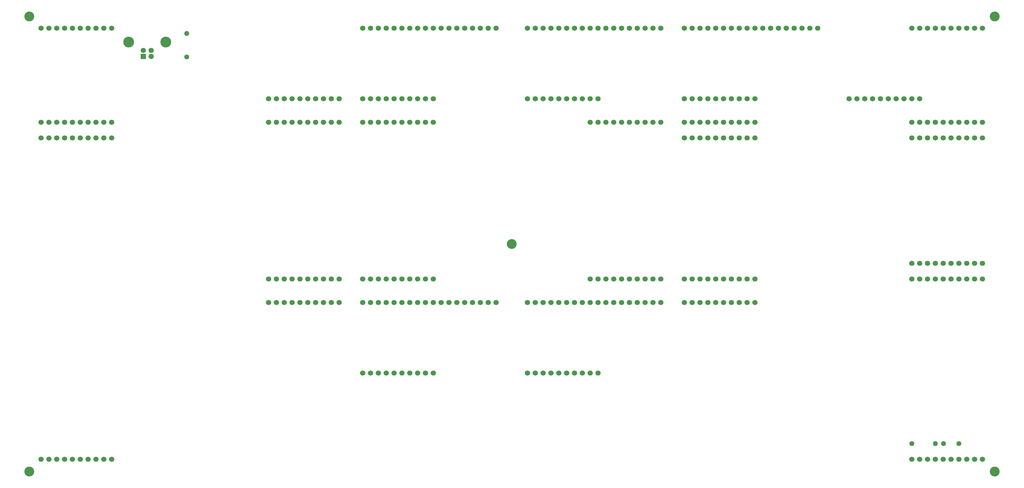
<source format=gbr>
%TF.GenerationSoftware,KiCad,Pcbnew,8.0.2*%
%TF.CreationDate,2024-12-23T20:56:35+01:00*%
%TF.ProjectId,bp-leanplate,62702d6c-6561-46e7-906c-6174652e6b69,rev?*%
%TF.SameCoordinates,Original*%
%TF.FileFunction,Soldermask,Bot*%
%TF.FilePolarity,Negative*%
%FSLAX46Y46*%
G04 Gerber Fmt 4.6, Leading zero omitted, Abs format (unit mm)*
G04 Created by KiCad (PCBNEW 8.0.2) date 2024-12-23 20:56:35*
%MOMM*%
%LPD*%
G01*
G04 APERTURE LIST*
%ADD10C,3.200000*%
%ADD11C,1.700000*%
%ADD12R,1.700000X1.700000*%
%ADD13C,3.500000*%
%ADD14C,1.600000*%
%ADD15O,1.600000X1.600000*%
G04 APERTURE END LIST*
D10*
%TO.C,H5*%
X177800000Y-108013500D03*
%TD*%
D11*
%TO.C,U3*%
X246380000Y-60960000D03*
X248920000Y-60960000D03*
X251460000Y-60960000D03*
X254000000Y-60960000D03*
X274320000Y-38100000D03*
X271780000Y-38100000D03*
X269240000Y-38100000D03*
X266700000Y-38100000D03*
X264160000Y-38100000D03*
X261620000Y-38100000D03*
X259080000Y-38100000D03*
X256540000Y-38100000D03*
X254000000Y-38100000D03*
X251460000Y-38100000D03*
X248920000Y-38100000D03*
X246380000Y-38100000D03*
X243840000Y-38100000D03*
X241300000Y-38100000D03*
X238760000Y-38100000D03*
X236220000Y-38100000D03*
X233680000Y-60960000D03*
X276860000Y-38100000D03*
X236220000Y-60960000D03*
X238760000Y-60960000D03*
X241300000Y-60960000D03*
X243840000Y-60960000D03*
X233680000Y-38100000D03*
X256540000Y-60960000D03*
%TD*%
%TO.C,U8*%
X195580000Y-149860000D03*
X198120000Y-149860000D03*
X200660000Y-149860000D03*
X203200000Y-149860000D03*
X223520000Y-127000000D03*
X220980000Y-127000000D03*
X218440000Y-127000000D03*
X215900000Y-127000000D03*
X213360000Y-127000000D03*
X210820000Y-127000000D03*
X208280000Y-127000000D03*
X205740000Y-127000000D03*
X203200000Y-127000000D03*
X200660000Y-127000000D03*
X198120000Y-127000000D03*
X195580000Y-127000000D03*
X193040000Y-127000000D03*
X190500000Y-127000000D03*
X187960000Y-127000000D03*
X185420000Y-127000000D03*
X182880000Y-149860000D03*
X226060000Y-127000000D03*
X185420000Y-149860000D03*
X187960000Y-149860000D03*
X190500000Y-149860000D03*
X193040000Y-149860000D03*
X182880000Y-127000000D03*
X205740000Y-149860000D03*
%TD*%
D12*
%TO.C,J1*%
X58516000Y-47255000D03*
D11*
X61016000Y-47255000D03*
X61016000Y-45255000D03*
X58516000Y-45255000D03*
D13*
X53746000Y-42545000D03*
X65786000Y-42545000D03*
%TD*%
D11*
%TO.C,U11*%
X35560000Y-177800000D03*
X38100000Y-177800000D03*
X40640000Y-177800000D03*
X43180000Y-177800000D03*
X45720000Y-177800000D03*
X119380000Y-127000000D03*
X116840000Y-127000000D03*
X114300000Y-127000000D03*
X111760000Y-127000000D03*
X109220000Y-127000000D03*
X106680000Y-127000000D03*
X104140000Y-127000000D03*
X101600000Y-127000000D03*
X25400000Y-177800000D03*
X121920000Y-127000000D03*
X27940000Y-177800000D03*
X30480000Y-177800000D03*
X33020000Y-177800000D03*
X48260000Y-177800000D03*
X99060000Y-127000000D03*
%TD*%
D10*
%TO.C,H3*%
X334137000Y-181737000D03*
%TD*%
D11*
%TO.C,U6*%
X142240000Y-149860000D03*
X144780000Y-149860000D03*
X147320000Y-149860000D03*
X149860000Y-149860000D03*
X170180000Y-127000000D03*
X167640000Y-127000000D03*
X165100000Y-127000000D03*
X162560000Y-127000000D03*
X160020000Y-127000000D03*
X157480000Y-127000000D03*
X154940000Y-127000000D03*
X152400000Y-127000000D03*
X149860000Y-127000000D03*
X147320000Y-127000000D03*
X144780000Y-127000000D03*
X142240000Y-127000000D03*
X139700000Y-127000000D03*
X137160000Y-127000000D03*
X134620000Y-127000000D03*
X132080000Y-127000000D03*
X129540000Y-149860000D03*
X172720000Y-127000000D03*
X132080000Y-149860000D03*
X134620000Y-149860000D03*
X137160000Y-149860000D03*
X139700000Y-149860000D03*
X129540000Y-127000000D03*
X152400000Y-149860000D03*
%TD*%
%TO.C,U5*%
X142240000Y-60960000D03*
X144780000Y-60960000D03*
X147320000Y-60960000D03*
X149860000Y-60960000D03*
X170180000Y-38100000D03*
X167640000Y-38100000D03*
X165100000Y-38100000D03*
X162560000Y-38100000D03*
X160020000Y-38100000D03*
X157480000Y-38100000D03*
X154940000Y-38100000D03*
X152400000Y-38100000D03*
X149860000Y-38100000D03*
X147320000Y-38100000D03*
X144780000Y-38100000D03*
X142240000Y-38100000D03*
X139700000Y-38100000D03*
X137160000Y-38100000D03*
X134620000Y-38100000D03*
X132080000Y-38100000D03*
X129540000Y-60960000D03*
X172720000Y-38100000D03*
X132080000Y-60960000D03*
X134620000Y-60960000D03*
X137160000Y-60960000D03*
X139700000Y-60960000D03*
X129540000Y-38100000D03*
X152400000Y-60960000D03*
%TD*%
%TO.C,U12*%
X289560000Y-60960000D03*
X292100000Y-60960000D03*
X294640000Y-60960000D03*
X297180000Y-60960000D03*
X299720000Y-60960000D03*
X302260000Y-60960000D03*
X304800000Y-60960000D03*
X307340000Y-60960000D03*
X327660000Y-38100000D03*
X325120000Y-38100000D03*
X322580000Y-38100000D03*
X320040000Y-38100000D03*
X317500000Y-38100000D03*
X314960000Y-38100000D03*
X312420000Y-38100000D03*
X309880000Y-38100000D03*
X287020000Y-60960000D03*
X307340000Y-38100000D03*
X309880000Y-60960000D03*
X330200000Y-38100000D03*
%TD*%
%TO.C,U2*%
X195580000Y-60960000D03*
X198120000Y-60960000D03*
X200660000Y-60960000D03*
X203200000Y-60960000D03*
X223520000Y-38100000D03*
X220980000Y-38100000D03*
X218440000Y-38100000D03*
X215900000Y-38100000D03*
X213360000Y-38100000D03*
X210820000Y-38100000D03*
X208280000Y-38100000D03*
X205740000Y-38100000D03*
X203200000Y-38100000D03*
X200660000Y-38100000D03*
X198120000Y-38100000D03*
X195580000Y-38100000D03*
X193040000Y-38100000D03*
X190500000Y-38100000D03*
X187960000Y-38100000D03*
X185420000Y-38100000D03*
X182880000Y-60960000D03*
X226060000Y-38100000D03*
X185420000Y-60960000D03*
X187960000Y-60960000D03*
X190500000Y-60960000D03*
X193040000Y-60960000D03*
X182880000Y-38100000D03*
X205740000Y-60960000D03*
%TD*%
D10*
%TO.C,H2*%
X334137000Y-34290000D03*
%TD*%
%TO.C,H1*%
X21590000Y-34290000D03*
%TD*%
D11*
%TO.C,U4*%
X114300000Y-60960000D03*
X116840000Y-60960000D03*
X119380000Y-60960000D03*
X45720000Y-38100000D03*
X43180000Y-38100000D03*
X40640000Y-38100000D03*
X38100000Y-38100000D03*
X35560000Y-38100000D03*
X33020000Y-38100000D03*
X30480000Y-38100000D03*
X27940000Y-38100000D03*
X48260000Y-38100000D03*
X99060000Y-60960000D03*
X101600000Y-60960000D03*
X104140000Y-60960000D03*
X106680000Y-60960000D03*
X109220000Y-60960000D03*
X111760000Y-60960000D03*
X25400000Y-38100000D03*
X121920000Y-60960000D03*
%TD*%
%TO.C,U9*%
X236220000Y-127000000D03*
X238760000Y-127000000D03*
X241300000Y-127000000D03*
X243840000Y-127000000D03*
X246380000Y-127000000D03*
X248920000Y-127000000D03*
X251460000Y-127000000D03*
X254000000Y-127000000D03*
X317500000Y-177800000D03*
X320040000Y-177800000D03*
X322580000Y-177800000D03*
X325120000Y-177800000D03*
X327660000Y-177800000D03*
X256540000Y-127000000D03*
X307340000Y-177800000D03*
X309880000Y-177800000D03*
X312420000Y-177800000D03*
X314960000Y-177800000D03*
X233680000Y-127000000D03*
X330200000Y-177800000D03*
%TD*%
D14*
%TO.C,R1*%
X307340000Y-172720000D03*
D15*
X314960000Y-172720000D03*
%TD*%
D11*
%TO.C,U1*%
X109220000Y-119380000D03*
X111760000Y-119380000D03*
X114300000Y-119380000D03*
X116840000Y-119380000D03*
X119380000Y-119380000D03*
X119380000Y-68580000D03*
X116840000Y-68580000D03*
X114300000Y-68580000D03*
X111760000Y-68580000D03*
X109220000Y-68580000D03*
X106680000Y-68580000D03*
X104140000Y-68580000D03*
X101600000Y-68580000D03*
X45720000Y-68580000D03*
X43180000Y-68580000D03*
X40640000Y-68580000D03*
X38100000Y-68580000D03*
X35560000Y-68580000D03*
X33020000Y-68580000D03*
X30480000Y-68580000D03*
X27940000Y-68580000D03*
X45720000Y-73660000D03*
X43180000Y-73660000D03*
X40640000Y-73660000D03*
X38100000Y-73660000D03*
X35560000Y-73660000D03*
X33020000Y-73660000D03*
X30480000Y-73660000D03*
X27940000Y-73660000D03*
X48260000Y-68580000D03*
X48260000Y-73660000D03*
X99060000Y-119380000D03*
X121920000Y-68580000D03*
X101600000Y-119380000D03*
X104140000Y-119380000D03*
X106680000Y-119380000D03*
X25400000Y-68580000D03*
X25400000Y-73660000D03*
X99060000Y-68580000D03*
X121920000Y-119380000D03*
%TD*%
D14*
%TO.C,R2*%
X72517000Y-47371000D03*
D15*
X72517000Y-39751000D03*
%TD*%
D10*
%TO.C,H4*%
X21590000Y-181737000D03*
%TD*%
D11*
%TO.C,U7*%
X223520000Y-119380000D03*
X223520000Y-68580000D03*
X220980000Y-68580000D03*
X218440000Y-68580000D03*
X215900000Y-68580000D03*
X213360000Y-68580000D03*
X210820000Y-68580000D03*
X208280000Y-68580000D03*
X205740000Y-68580000D03*
X149860000Y-68580000D03*
X147320000Y-68580000D03*
X144780000Y-68580000D03*
X142240000Y-68580000D03*
X139700000Y-68580000D03*
X137160000Y-68580000D03*
X134620000Y-68580000D03*
X132080000Y-68580000D03*
X149860000Y-119380000D03*
X147320000Y-119380000D03*
X144780000Y-119380000D03*
X142240000Y-119380000D03*
X139700000Y-119380000D03*
X137160000Y-119380000D03*
X134620000Y-119380000D03*
X132080000Y-119380000D03*
X152400000Y-68580000D03*
X152400000Y-119380000D03*
X203200000Y-119380000D03*
X226060000Y-68580000D03*
X205740000Y-119380000D03*
X208280000Y-119380000D03*
X210820000Y-119380000D03*
X213360000Y-119380000D03*
X215900000Y-119380000D03*
X218440000Y-119380000D03*
X220980000Y-119380000D03*
X129540000Y-68580000D03*
X129540000Y-119380000D03*
X203200000Y-68580000D03*
X226060000Y-119380000D03*
%TD*%
D14*
%TO.C,C1*%
X317540000Y-172720000D03*
X322540000Y-172720000D03*
%TD*%
D11*
%TO.C,U10*%
X246380000Y-119380000D03*
X248920000Y-119380000D03*
X251460000Y-119380000D03*
X254000000Y-119380000D03*
X254000000Y-68580000D03*
X251460000Y-68580000D03*
X248920000Y-68580000D03*
X246380000Y-68580000D03*
X243840000Y-68580000D03*
X241300000Y-68580000D03*
X238760000Y-68580000D03*
X236220000Y-68580000D03*
X327660000Y-68580000D03*
X325120000Y-68580000D03*
X322580000Y-68580000D03*
X320040000Y-68580000D03*
X317500000Y-68580000D03*
X314960000Y-68580000D03*
X312420000Y-68580000D03*
X309880000Y-68580000D03*
X327660000Y-73660000D03*
X325120000Y-73660000D03*
X322580000Y-73660000D03*
X320040000Y-73660000D03*
X317500000Y-73660000D03*
X314960000Y-73660000D03*
X312420000Y-73660000D03*
X309880000Y-73660000D03*
X327660000Y-114300000D03*
X325120000Y-114300000D03*
X322580000Y-114300000D03*
X320040000Y-114300000D03*
X317500000Y-114300000D03*
X314960000Y-114300000D03*
X312420000Y-114300000D03*
X309880000Y-114300000D03*
X327660000Y-119380000D03*
X325120000Y-119380000D03*
X322580000Y-119380000D03*
X320040000Y-119380000D03*
X317500000Y-119380000D03*
X314960000Y-119380000D03*
X312420000Y-119380000D03*
X309880000Y-119380000D03*
X254000000Y-73660000D03*
X251460000Y-73660000D03*
X248920000Y-73660000D03*
X246380000Y-73660000D03*
X243840000Y-73660000D03*
X241300000Y-73660000D03*
X238760000Y-73660000D03*
X236220000Y-73660000D03*
X233680000Y-119380000D03*
X256540000Y-68580000D03*
X256540000Y-73660000D03*
X330200000Y-68580000D03*
X330200000Y-73660000D03*
X330200000Y-114300000D03*
X330200000Y-119380000D03*
X236220000Y-119380000D03*
X238760000Y-119380000D03*
X241300000Y-119380000D03*
X243840000Y-119380000D03*
X233680000Y-68580000D03*
X233680000Y-73660000D03*
X256540000Y-119380000D03*
X307340000Y-68580000D03*
X307340000Y-73660000D03*
X307340000Y-114300000D03*
X307340000Y-119380000D03*
%TD*%
M02*

</source>
